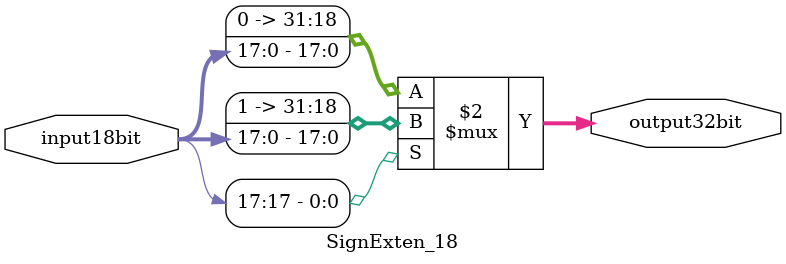
<source format=v>

module SignExten_18(input18bit, output32bit);

input [17:0] input18bit;
output [31:0] output32bit;

assign output32bit = (input18bit[17]==1'b1)
    ?{14'b11111111111111,input18bit}
    :{14'b00000000000000,input18bit};

endmodule
</source>
